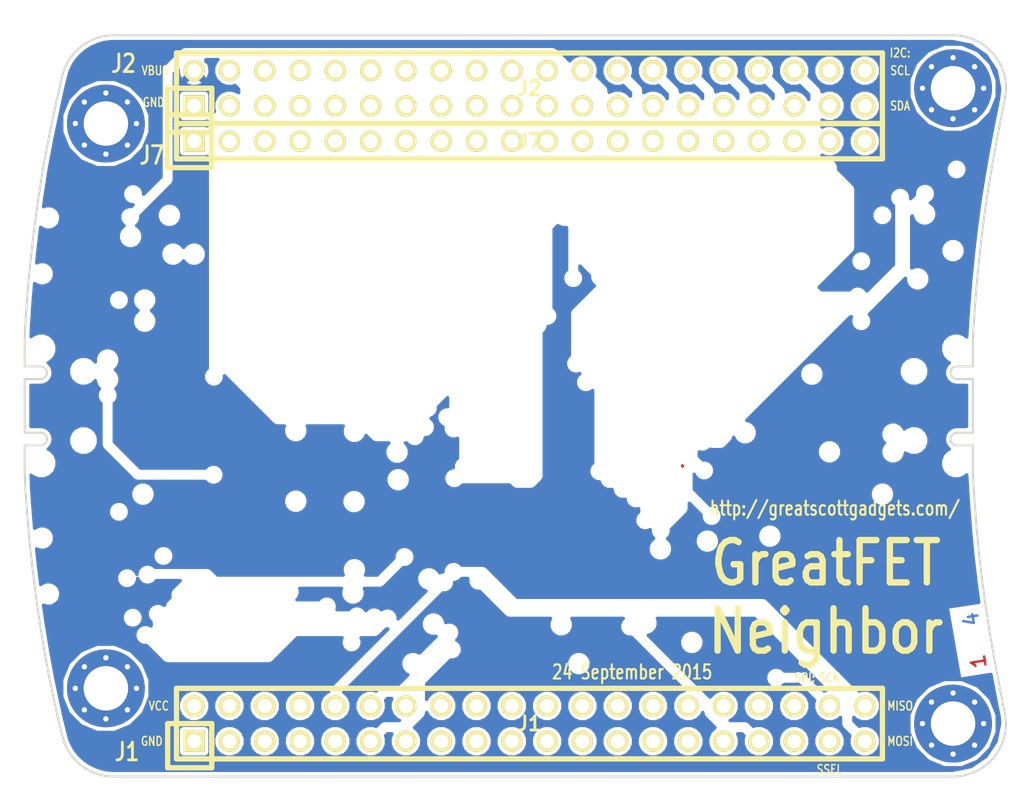
<source format=kicad_pcb>
(kicad_pcb (version 4) (host pcbnew "(2015-08-18 BZR 6102)-product")
  (layers (0 F.Cu signal) (1 C2.Cu power) (2 C3.Cu power) (31 B.Cu signal) (35 F.Paste user) (37 F.SilkS user) (39 F.Mask user) (44 Edge.Cuts user))
  (net 0 "")
  (net 1 GND)
  (net 2 VCC)
  (net 3 /VBUS)
  (module gsg-modules:HEADER-1x20 (layer F.Cu) (at 142.24 78.74)
    (fp_text reference J7 (at 0 0) (layer F.SilkS) (effects (font (size 1.016 1.016) (thickness 0.2032))))
    (fp_text value BONUS_ROW hide)
    (fp_line (start -22.86 1.905) (end -22.86 -1.905) (layer F.SilkS) (width 0.381))
    (fp_line (start -22.86 -1.905) (end -26.035 -1.905) (layer F.SilkS) (width 0.381))
    (fp_line (start -26.035 -1.905) (end -26.035 1.905) (layer F.SilkS) (width 0.381))
    (fp_line (start -25.4 -1.27) (end -25.4 1.27) (layer F.SilkS) (width 0.381))
    (fp_line (start -25.4 1.27) (end 25.4 1.27) (layer F.SilkS) (width 0.381))
    (fp_line (start 25.4 1.27) (end 25.4 -1.27) (layer F.SilkS) (width 0.381))
    (fp_line (start 25.4 -1.27) (end -25.4 -1.27) (layer F.SilkS) (width 0.381))
    (fp_line (start -26.035 1.905) (end -22.86 1.905) (layer F.SilkS) (width 0.381))
    (pad 1 thru_hole rect (at -24.13 0) (size 1.524 1.524) (drill 1.016) (layers *.Cu *.Mask F.SilkS) (net 1 GND))
    (pad 2 thru_hole circle (at -21.59 0) (size 1.524 1.524) (drill 1.016) (layers *.Cu *.Mask F.SilkS))
    (pad 3 thru_hole circle (at -19.05 0) (size 1.524 1.524) (drill 1.016) (layers *.Cu *.Mask F.SilkS))
    (pad 4 thru_hole circle (at -16.51 0) (size 1.524 1.524) (drill 1.016) (layers *.Cu *.Mask F.SilkS))
    (pad 5 thru_hole circle (at -13.97 0) (size 1.524 1.524) (drill 1.016) (layers *.Cu *.Mask F.SilkS))
    (pad 6 thru_hole circle (at -11.43 0) (size 1.524 1.524) (drill 1.016) (layers *.Cu *.Mask F.SilkS))
    (pad 7 thru_hole circle (at -8.89 0) (size 1.524 1.524) (drill 1.016) (layers *.Cu *.Mask F.SilkS))
    (pad 8 thru_hole circle (at -6.35 0) (size 1.524 1.524) (drill 1.016) (layers *.Cu *.Mask F.SilkS))
    (pad 9 thru_hole circle (at -3.81 0) (size 1.524 1.524) (drill 1.016) (layers *.Cu *.Mask F.SilkS))
    (pad 10 thru_hole circle (at -1.27 0) (size 1.524 1.524) (drill 1.016) (layers *.Cu *.Mask F.SilkS) (net 1 GND))
    (pad 11 thru_hole circle (at 1.27 0) (size 1.524 1.524) (drill 1.016) (layers *.Cu *.Mask F.SilkS))
    (pad 12 thru_hole circle (at 3.81 0) (size 1.524 1.524) (drill 1.016) (layers *.Cu *.Mask F.SilkS))
    (pad 13 thru_hole circle (at 6.35 0) (size 1.524 1.524) (drill 1.016) (layers *.Cu *.Mask F.SilkS))
    (pad 14 thru_hole circle (at 8.89 0) (size 1.524 1.524) (drill 1.016) (layers *.Cu *.Mask F.SilkS))
    (pad 15 thru_hole circle (at 11.43 0) (size 1.524 1.524) (drill 1.016) (layers *.Cu *.Mask F.SilkS))
    (pad 16 thru_hole circle (at 13.97 0) (size 1.524 1.524) (drill 1.016) (layers *.Cu *.Mask F.SilkS))
    (pad 17 thru_hole circle (at 16.51 0) (size 1.524 1.524) (drill 1.016) (layers *.Cu *.Mask F.SilkS))
    (pad 18 thru_hole circle (at 19.05 0) (size 1.524 1.524) (drill 1.016) (layers *.Cu *.Mask F.SilkS))
    (pad 19 thru_hole circle (at 21.59 0) (size 1.524 1.524) (drill 1.016) (layers *.Cu *.Mask F.SilkS) (net 1 GND))
    (pad 20 thru_hole circle (at 24.13 0) (size 1.524 1.524) (drill 1.016) (layers *.Cu *.Mask F.SilkS) (net 2 VCC))
  )
  (module gsg-modules:HEADER-2x20 (layer F.Cu) (at 142.24 120.65)
    (fp_text reference J1 (at 0 0) (layer F.SilkS) (effects (font (size 1.016 1.016) (thickness 0.2032))))
    (fp_text value NEIGHBOR1 hide)
    (fp_line (start -25.4 -2.54) (end 25.4 -2.54) (layer F.SilkS) (width 0.381))
    (fp_line (start 25.4 -2.54) (end 25.4 2.54) (layer F.SilkS) (width 0.381))
    (fp_line (start 25.4 2.54) (end -25.4 2.54) (layer F.SilkS) (width 0.381))
    (fp_line (start -22.86 0) (end -26.035 0) (layer F.SilkS) (width 0.381))
    (fp_line (start -26.035 0) (end -26.035 3.175) (layer F.SilkS) (width 0.381))
    (fp_line (start -26.035 3.175) (end -22.86 3.175) (layer F.SilkS) (width 0.381))
    (fp_line (start -22.86 3.175) (end -22.86 0) (layer F.SilkS) (width 0.381))
    (fp_line (start -25.4 2.54) (end -25.4 -2.54) (layer F.SilkS) (width 0.381))
    (pad 1 thru_hole rect (at -24.13 1.27) (size 1.524 1.524) (drill 1.016) (layers *.Cu *.Mask F.SilkS) (net 1 GND))
    (pad 2 thru_hole circle (at -24.13 -1.27) (size 1.524 1.524) (drill 1.016) (layers *.Cu *.Mask F.SilkS) (net 2 VCC))
    (pad 3 thru_hole circle (at -21.59 1.27) (size 1.524 1.524) (drill 1.016) (layers *.Cu *.Mask F.SilkS))
    (pad 4 thru_hole circle (at -21.59 -1.27) (size 1.524 1.524) (drill 1.016) (layers *.Cu *.Mask F.SilkS))
    (pad 5 thru_hole circle (at -19.05 1.27) (size 1.524 1.524) (drill 1.016) (layers *.Cu *.Mask F.SilkS))
    (pad 6 thru_hole circle (at -19.05 -1.27) (size 1.524 1.524) (drill 1.016) (layers *.Cu *.Mask F.SilkS))
    (pad 7 thru_hole circle (at -16.51 1.27) (size 1.524 1.524) (drill 1.016) (layers *.Cu *.Mask F.SilkS))
    (pad 8 thru_hole circle (at -16.51 -1.27) (size 1.524 1.524) (drill 1.016) (layers *.Cu *.Mask F.SilkS))
    (pad 9 thru_hole circle (at -13.97 1.27) (size 1.524 1.524) (drill 1.016) (layers *.Cu *.Mask F.SilkS))
    (pad 10 thru_hole circle (at -13.97 -1.27) (size 1.524 1.524) (drill 1.016) (layers *.Cu *.Mask F.SilkS))
    (pad 11 thru_hole circle (at -11.43 1.27) (size 1.524 1.524) (drill 1.016) (layers *.Cu *.Mask F.SilkS))
    (pad 12 thru_hole circle (at -11.43 -1.27) (size 1.524 1.524) (drill 1.016) (layers *.Cu *.Mask F.SilkS))
    (pad 13 thru_hole circle (at -8.89 1.27) (size 1.524 1.524) (drill 1.016) (layers *.Cu *.Mask F.SilkS))
    (pad 14 thru_hole circle (at -8.89 -1.27) (size 1.524 1.524) (drill 1.016) (layers *.Cu *.Mask F.SilkS))
    (pad 15 thru_hole circle (at -6.35 1.27) (size 1.524 1.524) (drill 1.016) (layers *.Cu *.Mask F.SilkS))
    (pad 16 thru_hole circle (at -6.35 -1.27) (size 1.524 1.524) (drill 1.016) (layers *.Cu *.Mask F.SilkS))
    (pad 17 thru_hole circle (at -3.81 1.27) (size 1.524 1.524) (drill 1.016) (layers *.Cu *.Mask F.SilkS))
    (pad 18 thru_hole circle (at -3.81 -1.27) (size 1.524 1.524) (drill 1.016) (layers *.Cu *.Mask F.SilkS))
    (pad 19 thru_hole circle (at -1.27 1.27) (size 1.524 1.524) (drill 1.016) (layers *.Cu *.Mask F.SilkS))
    (pad 20 thru_hole circle (at -1.27 -1.27) (size 1.524 1.524) (drill 1.016) (layers *.Cu *.Mask F.SilkS))
    (pad 21 thru_hole circle (at 1.27 1.27) (size 1.524 1.524) (drill 1.016) (layers *.Cu *.Mask F.SilkS))
    (pad 22 thru_hole circle (at 1.27 -1.27) (size 1.524 1.524) (drill 1.016) (layers *.Cu *.Mask F.SilkS))
    (pad 23 thru_hole circle (at 3.81 1.27) (size 1.524 1.524) (drill 1.016) (layers *.Cu *.Mask F.SilkS))
    (pad 24 thru_hole circle (at 3.81 -1.27) (size 1.524 1.524) (drill 1.016) (layers *.Cu *.Mask F.SilkS))
    (pad 25 thru_hole circle (at 6.35 1.27) (size 1.524 1.524) (drill 1.016) (layers *.Cu *.Mask F.SilkS))
    (pad 26 thru_hole circle (at 6.35 -1.27) (size 1.524 1.524) (drill 1.016) (layers *.Cu *.Mask F.SilkS))
    (pad 27 thru_hole circle (at 8.89 1.27) (size 1.524 1.524) (drill 1.016) (layers *.Cu *.Mask F.SilkS))
    (pad 28 thru_hole circle (at 8.89 -1.27) (size 1.524 1.524) (drill 1.016) (layers *.Cu *.Mask F.SilkS))
    (pad 29 thru_hole circle (at 11.43 1.27) (size 1.524 1.524) (drill 1.016) (layers *.Cu *.Mask F.SilkS))
    (pad 30 thru_hole circle (at 11.43 -1.27) (size 1.524 1.524) (drill 1.016) (layers *.Cu *.Mask F.SilkS))
    (pad 31 thru_hole circle (at 13.97 1.27) (size 1.524 1.524) (drill 1.016) (layers *.Cu *.Mask F.SilkS))
    (pad 32 thru_hole circle (at 13.97 -1.27) (size 1.524 1.524) (drill 1.016) (layers *.Cu *.Mask F.SilkS))
    (pad 33 thru_hole circle (at 16.51 1.27) (size 1.524 1.524) (drill 1.016) (layers *.Cu *.Mask F.SilkS))
    (pad 34 thru_hole circle (at 16.51 -1.27) (size 1.524 1.524) (drill 1.016) (layers *.Cu *.Mask F.SilkS))
    (pad 35 thru_hole circle (at 19.05 1.27) (size 1.524 1.524) (drill 1.016) (layers *.Cu *.Mask F.SilkS))
    (pad 36 thru_hole circle (at 19.05 -1.27) (size 1.524 1.524) (drill 1.016) (layers *.Cu *.Mask F.SilkS))
    (pad 37 thru_hole circle (at 21.59 1.27) (size 1.524 1.524) (drill 1.016) (layers *.Cu *.Mask F.SilkS))
    (pad 38 thru_hole circle (at 21.59 -1.27) (size 1.524 1.524) (drill 1.016) (layers *.Cu *.Mask F.SilkS))
    (pad 39 thru_hole circle (at 24.13 1.27) (size 1.524 1.524) (drill 1.016) (layers *.Cu *.Mask F.SilkS))
    (pad 40 thru_hole circle (at 24.13 -1.27) (size 1.524 1.524) (drill 1.016) (layers *.Cu *.Mask F.SilkS))
  )
  (module gsg-modules:HEADER-2x20 (layer F.Cu) (at 142.24 74.93)
    (fp_text reference J2 (at 0 0) (layer F.SilkS) (effects (font (size 1.016 1.016) (thickness 0.2032))))
    (fp_text value NEIGHBOR2 hide)
    (fp_line (start -25.4 -2.54) (end 25.4 -2.54) (layer F.SilkS) (width 0.381))
    (fp_line (start 25.4 -2.54) (end 25.4 2.54) (layer F.SilkS) (width 0.381))
    (fp_line (start 25.4 2.54) (end -25.4 2.54) (layer F.SilkS) (width 0.381))
    (fp_line (start -22.86 0) (end -26.035 0) (layer F.SilkS) (width 0.381))
    (fp_line (start -26.035 0) (end -26.035 3.175) (layer F.SilkS) (width 0.381))
    (fp_line (start -26.035 3.175) (end -22.86 3.175) (layer F.SilkS) (width 0.381))
    (fp_line (start -22.86 3.175) (end -22.86 0) (layer F.SilkS) (width 0.381))
    (fp_line (start -25.4 2.54) (end -25.4 -2.54) (layer F.SilkS) (width 0.381))
    (pad 1 thru_hole rect (at -24.13 1.27) (size 1.524 1.524) (drill 1.016) (layers *.Cu *.Mask F.SilkS) (net 1 GND))
    (pad 2 thru_hole circle (at -24.13 -1.27) (size 1.524 1.524) (drill 1.016) (layers *.Cu *.Mask F.SilkS) (net 3 /VBUS))
    (pad 3 thru_hole circle (at -21.59 1.27) (size 1.524 1.524) (drill 1.016) (layers *.Cu *.Mask F.SilkS))
    (pad 4 thru_hole circle (at -21.59 -1.27) (size 1.524 1.524) (drill 1.016) (layers *.Cu *.Mask F.SilkS))
    (pad 5 thru_hole circle (at -19.05 1.27) (size 1.524 1.524) (drill 1.016) (layers *.Cu *.Mask F.SilkS))
    (pad 6 thru_hole circle (at -19.05 -1.27) (size 1.524 1.524) (drill 1.016) (layers *.Cu *.Mask F.SilkS))
    (pad 7 thru_hole circle (at -16.51 1.27) (size 1.524 1.524) (drill 1.016) (layers *.Cu *.Mask F.SilkS))
    (pad 8 thru_hole circle (at -16.51 -1.27) (size 1.524 1.524) (drill 1.016) (layers *.Cu *.Mask F.SilkS))
    (pad 9 thru_hole circle (at -13.97 1.27) (size 1.524 1.524) (drill 1.016) (layers *.Cu *.Mask F.SilkS))
    (pad 10 thru_hole circle (at -13.97 -1.27) (size 1.524 1.524) (drill 1.016) (layers *.Cu *.Mask F.SilkS))
    (pad 11 thru_hole circle (at -11.43 1.27) (size 1.524 1.524) (drill 1.016) (layers *.Cu *.Mask F.SilkS))
    (pad 12 thru_hole circle (at -11.43 -1.27) (size 1.524 1.524) (drill 1.016) (layers *.Cu *.Mask F.SilkS))
    (pad 13 thru_hole circle (at -8.89 1.27) (size 1.524 1.524) (drill 1.016) (layers *.Cu *.Mask F.SilkS))
    (pad 14 thru_hole circle (at -8.89 -1.27) (size 1.524 1.524) (drill 1.016) (layers *.Cu *.Mask F.SilkS))
    (pad 15 thru_hole circle (at -6.35 1.27) (size 1.524 1.524) (drill 1.016) (layers *.Cu *.Mask F.SilkS))
    (pad 16 thru_hole circle (at -6.35 -1.27) (size 1.524 1.524) (drill 1.016) (layers *.Cu *.Mask F.SilkS))
    (pad 17 thru_hole circle (at -3.81 1.27) (size 1.524 1.524) (drill 1.016) (layers *.Cu *.Mask F.SilkS))
    (pad 18 thru_hole circle (at -3.81 -1.27) (size 1.524 1.524) (drill 1.016) (layers *.Cu *.Mask F.SilkS))
    (pad 19 thru_hole circle (at -1.27 1.27) (size 1.524 1.524) (drill 1.016) (layers *.Cu *.Mask F.SilkS))
    (pad 20 thru_hole circle (at -1.27 -1.27) (size 1.524 1.524) (drill 1.016) (layers *.Cu *.Mask F.SilkS))
    (pad 21 thru_hole circle (at 1.27 1.27) (size 1.524 1.524) (drill 1.016) (layers *.Cu *.Mask F.SilkS))
    (pad 22 thru_hole circle (at 1.27 -1.27) (size 1.524 1.524) (drill 1.016) (layers *.Cu *.Mask F.SilkS))
    (pad 23 thru_hole circle (at 3.81 1.27) (size 1.524 1.524) (drill 1.016) (layers *.Cu *.Mask F.SilkS))
    (pad 24 thru_hole circle (at 3.81 -1.27) (size 1.524 1.524) (drill 1.016) (layers *.Cu *.Mask F.SilkS))
    (pad 25 thru_hole circle (at 6.35 1.27) (size 1.524 1.524) (drill 1.016) (layers *.Cu *.Mask F.SilkS))
    (pad 26 thru_hole circle (at 6.35 -1.27) (size 1.524 1.524) (drill 1.016) (layers *.Cu *.Mask F.SilkS))
    (pad 27 thru_hole circle (at 8.89 1.27) (size 1.524 1.524) (drill 1.016) (layers *.Cu *.Mask F.SilkS))
    (pad 28 thru_hole circle (at 8.89 -1.27) (size 1.524 1.524) (drill 1.016) (layers *.Cu *.Mask F.SilkS))
    (pad 29 thru_hole circle (at 11.43 1.27) (size 1.524 1.524) (drill 1.016) (layers *.Cu *.Mask F.SilkS))
    (pad 30 thru_hole circle (at 11.43 -1.27) (size 1.524 1.524) (drill 1.016) (layers *.Cu *.Mask F.SilkS))
    (pad 31 thru_hole circle (at 13.97 1.27) (size 1.524 1.524) (drill 1.016) (layers *.Cu *.Mask F.SilkS))
    (pad 32 thru_hole circle (at 13.97 -1.27) (size 1.524 1.524) (drill 1.016) (layers *.Cu *.Mask F.SilkS))
    (pad 33 thru_hole circle (at 16.51 1.27) (size 1.524 1.524) (drill 1.016) (layers *.Cu *.Mask F.SilkS))
    (pad 34 thru_hole circle (at 16.51 -1.27) (size 1.524 1.524) (drill 1.016) (layers *.Cu *.Mask F.SilkS))
    (pad 35 thru_hole circle (at 19.05 1.27) (size 1.524 1.524) (drill 1.016) (layers *.Cu *.Mask F.SilkS))
    (pad 36 thru_hole circle (at 19.05 -1.27) (size 1.524 1.524) (drill 1.016) (layers *.Cu *.Mask F.SilkS))
    (pad 37 thru_hole circle (at 21.59 1.27) (size 1.524 1.524) (drill 1.016) (layers *.Cu *.Mask F.SilkS))
    (pad 38 thru_hole circle (at 21.59 -1.27) (size 1.524 1.524) (drill 1.016) (layers *.Cu *.Mask F.SilkS))
    (pad 39 thru_hole circle (at 24.13 1.27) (size 1.524 1.524) (drill 1.016) (layers *.Cu *.Mask F.SilkS))
    (pad 40 thru_hole circle (at 24.13 -1.27) (size 1.524 1.524) (drill 1.016) (layers *.Cu *.Mask F.SilkS))
  )
  (module gsg-modules:HOLE126MIL-COPPER (layer F.Cu) (at 111.76 77.47)
    (fp_text reference MH1 hide)
    (fp_text value MOUNTING_HOLE hide)
    (pad 1 thru_hole circle (at 0 0) (size 5.6 5.6) (drill 3.2004) (layers *.Cu *.Mask) (net 1 GND))
    (pad 1 thru_hole circle (at 0 -2.2) (size 0.6 0.6) (drill 0.381) (layers *.Cu *.Mask) (net 1 GND))
    (pad 1 thru_hole circle (at -2.2 0) (size 0.6 0.6) (drill 0.381) (layers *.Cu *.Mask) (net 1 GND))
    (pad 1 thru_hole circle (at 0 2.2) (size 0.6 0.6) (drill 0.381) (layers *.Cu *.Mask) (net 1 GND))
    (pad 1 thru_hole circle (at 2.2 0) (size 0.6 0.6) (drill 0.381) (layers *.Cu *.Mask) (net 1 GND))
    (pad 1 thru_hole circle (at 1.55 -1.55) (size 0.6 0.6) (drill 0.381) (layers *.Cu *.Mask) (net 1 GND))
    (pad 1 thru_hole circle (at -1.55 -1.55) (size 0.6 0.6) (drill 0.381) (layers *.Cu *.Mask) (net 1 GND))
    (pad 1 thru_hole circle (at -1.55 1.55) (size 0.6 0.6) (drill 0.381) (layers *.Cu *.Mask) (net 1 GND))
    (pad 1 thru_hole circle (at 1.55 1.55) (size 0.6 0.6) (drill 0.381) (layers *.Cu *.Mask) (net 1 GND))
  )
  (module gsg-modules:HOLE126MIL-COPPER (layer F.Cu) (at 111.76 118.11)
    (fp_text reference MH2 hide)
    (fp_text value MOUNTING_HOLE hide)
    (pad 1 thru_hole circle (at 0 0) (size 5.6 5.6) (drill 3.2004) (layers *.Cu *.Mask) (net 1 GND))
    (pad 1 thru_hole circle (at 0 -2.2) (size 0.6 0.6) (drill 0.381) (layers *.Cu *.Mask) (net 1 GND))
    (pad 1 thru_hole circle (at -2.2 0) (size 0.6 0.6) (drill 0.381) (layers *.Cu *.Mask) (net 1 GND))
    (pad 1 thru_hole circle (at 0 2.2) (size 0.6 0.6) (drill 0.381) (layers *.Cu *.Mask) (net 1 GND))
    (pad 1 thru_hole circle (at 2.2 0) (size 0.6 0.6) (drill 0.381) (layers *.Cu *.Mask) (net 1 GND))
    (pad 1 thru_hole circle (at 1.55 -1.55) (size 0.6 0.6) (drill 0.381) (layers *.Cu *.Mask) (net 1 GND))
    (pad 1 thru_hole circle (at -1.55 -1.55) (size 0.6 0.6) (drill 0.381) (layers *.Cu *.Mask) (net 1 GND))
    (pad 1 thru_hole circle (at -1.55 1.55) (size 0.6 0.6) (drill 0.381) (layers *.Cu *.Mask) (net 1 GND))
    (pad 1 thru_hole circle (at 1.55 1.55) (size 0.6 0.6) (drill 0.381) (layers *.Cu *.Mask) (net 1 GND))
  )
  (module gsg-modules:HOLE126MIL-COPPER (layer F.Cu) (at 172.72 120.65)
    (fp_text reference MH3 hide)
    (fp_text value MOUNTING_HOLE hide)
    (pad 1 thru_hole circle (at 0 0) (size 5.6 5.6) (drill 3.2004) (layers *.Cu *.Mask) (net 1 GND))
    (pad 1 thru_hole circle (at 0 -2.2) (size 0.6 0.6) (drill 0.381) (layers *.Cu *.Mask) (net 1 GND))
    (pad 1 thru_hole circle (at -2.2 0) (size 0.6 0.6) (drill 0.381) (layers *.Cu *.Mask) (net 1 GND))
    (pad 1 thru_hole circle (at 0 2.2) (size 0.6 0.6) (drill 0.381) (layers *.Cu *.Mask) (net 1 GND))
    (pad 1 thru_hole circle (at 2.2 0) (size 0.6 0.6) (drill 0.381) (layers *.Cu *.Mask) (net 1 GND))
    (pad 1 thru_hole circle (at 1.55 -1.55) (size 0.6 0.6) (drill 0.381) (layers *.Cu *.Mask) (net 1 GND))
    (pad 1 thru_hole circle (at -1.55 -1.55) (size 0.6 0.6) (drill 0.381) (layers *.Cu *.Mask) (net 1 GND))
    (pad 1 thru_hole circle (at -1.55 1.55) (size 0.6 0.6) (drill 0.381) (layers *.Cu *.Mask) (net 1 GND))
    (pad 1 thru_hole circle (at 1.55 1.55) (size 0.6 0.6) (drill 0.381) (layers *.Cu *.Mask) (net 1 GND))
  )
  (module gsg-modules:HOLE126MIL-COPPER (layer F.Cu) (at 172.72 74.93)
    (fp_text reference MH4 hide)
    (fp_text value MOUNTING_HOLE hide)
    (pad 1 thru_hole circle (at 0 0) (size 5.6 5.6) (drill 3.2004) (layers *.Cu *.Mask) (net 1 GND))
    (pad 1 thru_hole circle (at 0 -2.2) (size 0.6 0.6) (drill 0.381) (layers *.Cu *.Mask) (net 1 GND))
    (pad 1 thru_hole circle (at -2.2 0) (size 0.6 0.6) (drill 0.381) (layers *.Cu *.Mask) (net 1 GND))
    (pad 1 thru_hole circle (at 0 2.2) (size 0.6 0.6) (drill 0.381) (layers *.Cu *.Mask) (net 1 GND))
    (pad 1 thru_hole circle (at 2.2 0) (size 0.6 0.6) (drill 0.381) (layers *.Cu *.Mask) (net 1 GND))
    (pad 1 thru_hole circle (at 1.55 -1.55) (size 0.6 0.6) (drill 0.381) (layers *.Cu *.Mask) (net 1 GND))
    (pad 1 thru_hole circle (at -1.55 -1.55) (size 0.6 0.6) (drill 0.381) (layers *.Cu *.Mask) (net 1 GND))
    (pad 1 thru_hole circle (at -1.55 1.55) (size 0.6 0.6) (drill 0.381) (layers *.Cu *.Mask) (net 1 GND))
    (pad 1 thru_hole circle (at 1.55 1.55) (size 0.6 0.6) (drill 0.381) (layers *.Cu *.Mask) (net 1 GND))
  )
  (gr_text "24 September 2015" (at 149.6314 116.9416) (layer F.SilkS) (effects (font (size 1.016 0.762) (thickness 0.1524))))
  (gr_text 4 (at 174.0408 113.1316 98.9) (layer B.Cu) (effects (font (size 1.016 1.016) (thickness 0.1778))))
  (gr_text 1 (at 174.5488 116.1796 98.9) (layer F.Cu) (effects (font (size 1.016 1.016) (thickness 0.1778))))
  (gr_text http://greatscottgadgets.com/ (at 164.211 105.156) (layer F.SilkS) (effects (font (size 1.016 0.762) (thickness 0.1524))))
  (gr_text GND (at 115.189 75.946) (layer F.SilkS) (effects (font (size 0.635 0.508) (thickness 0.1016))))
  (gr_text VBUS (at 115.316 73.66) (layer F.SilkS) (effects (font (size 0.635 0.508) (thickness 0.1016))))
  (gr_text VCC (at 115.57 119.38) (layer F.SilkS) (effects (font (size 0.635 0.508) (thickness 0.1016))))
  (gr_text GND (at 115.062 121.92) (layer F.SilkS) (effects (font (size 0.635 0.508) (thickness 0.1016))))
  (gr_text SPI: (at 162.052 117.348) (layer F.SilkS) (effects (font (size 0.635 0.508) (thickness 0.1016))))
  (gr_text I2C: (at 168.91 72.39) (layer F.SilkS) (effects (font (size 0.635 0.508) (thickness 0.1016))))
  (gr_text SCL (at 168.91 73.66) (layer F.SilkS) (effects (font (size 0.635 0.508) (thickness 0.1016))))
  (gr_text SDA (at 168.91 76.2) (layer F.SilkS) (effects (font (size 0.635 0.508) (thickness 0.1016))))
  (gr_text SCK (at 163.83 117.348) (layer F.SilkS) (effects (font (size 0.635 0.508) (thickness 0.1016))))
  (gr_text SSEL (at 163.83 123.952) (layer F.SilkS) (effects (font (size 0.635 0.508) (thickness 0.1016))))
  (gr_text MISO (at 168.91 119.38) (layer F.SilkS) (effects (font (size 0.635 0.508) (thickness 0.1016))))
  (gr_text MOSI (at 168.91 121.92) (layer F.SilkS) (effects (font (size 0.635 0.508) (thickness 0.1016))))
  (gr_text J7 (at 115.062 79.756) (layer F.SilkS) (effects (font (size 1.27 1.016) (thickness 0.2032))))
  (gr_text J2 (at 113.03 73.152) (layer F.SilkS) (effects (font (size 1.27 1.016) (thickness 0.2032))))
  (gr_text J1 (at 113.284 122.682) (layer F.SilkS) (effects (font (size 1.27 1.016) (thickness 0.2032))))
  (gr_line (start 176.4538 75.6666) (end 176.53 74.93) (angle 90) (layer Edge.Cuts) (width 0.15))
  (gr_line (start 105.9688 103.8352) (end 105.918 102.5398) (angle 90) (layer Edge.Cuts) (width 0.15))
  (gr_line (start 106.0958 105.5624) (end 105.9688 103.8352) (angle 90) (layer Edge.Cuts) (width 0.15))
  (gr_line (start 106.2482 107.3912) (end 106.0958 105.5624) (angle 90) (layer Edge.Cuts) (width 0.15))
  (gr_line (start 106.4514 109.2708) (end 106.2482 107.3912) (angle 90) (layer Edge.Cuts) (width 0.15))
  (gr_line (start 106.7054 111.3536) (end 106.4514 109.2708) (angle 90) (layer Edge.Cuts) (width 0.15))
  (gr_line (start 106.9848 113.284) (end 106.7054 111.3536) (angle 90) (layer Edge.Cuts) (width 0.15))
  (gr_line (start 107.3404 115.4684) (end 106.9848 113.284) (angle 90) (layer Edge.Cuts) (width 0.15))
  (gr_line (start 107.7214 117.5258) (end 107.3404 115.4684) (angle 90) (layer Edge.Cuts) (width 0.15))
  (gr_line (start 108.2802 120.142) (end 107.7214 117.5258) (angle 90) (layer Edge.Cuts) (width 0.15))
  (gr_line (start 108.5342 121.1834) (end 108.2802 120.142) (angle 90) (layer Edge.Cuts) (width 0.15))
  (gr_line (start 108.6358 121.5644) (end 108.5342 121.1834) (angle 90) (layer Edge.Cuts) (width 0.15))
  (gr_line (start 108.7374 121.9454) (end 108.6358 121.5644) (angle 90) (layer Edge.Cuts) (width 0.15))
  (gr_line (start 108.8898 122.301) (end 108.7374 121.9454) (angle 90) (layer Edge.Cuts) (width 0.15))
  (gr_line (start 109.0676 122.6312) (end 108.8898 122.301) (angle 90) (layer Edge.Cuts) (width 0.15))
  (gr_line (start 109.22 122.8598) (end 109.0676 122.6312) (angle 90) (layer Edge.Cuts) (width 0.15))
  (gr_line (start 109.4486 123.1646) (end 109.22 122.8598) (angle 90) (layer Edge.Cuts) (width 0.15))
  (gr_line (start 109.6772 123.3932) (end 109.4486 123.1646) (angle 90) (layer Edge.Cuts) (width 0.15))
  (gr_line (start 109.9312 123.6218) (end 109.6772 123.3932) (angle 90) (layer Edge.Cuts) (width 0.15))
  (gr_line (start 110.2868 123.8758) (end 109.9312 123.6218) (angle 90) (layer Edge.Cuts) (width 0.15))
  (gr_line (start 110.5662 124.0282) (end 110.2868 123.8758) (angle 90) (layer Edge.Cuts) (width 0.15))
  (gr_line (start 110.9472 124.206) (end 110.5662 124.0282) (angle 90) (layer Edge.Cuts) (width 0.15))
  (gr_line (start 111.4298 124.3584) (end 110.9472 124.206) (angle 90) (layer Edge.Cuts) (width 0.15))
  (gr_line (start 111.8362 124.4346) (end 111.4298 124.3584) (angle 90) (layer Edge.Cuts) (width 0.15))
  (gr_line (start 112.3188 124.46) (end 111.8362 124.4346) (angle 90) (layer Edge.Cuts) (width 0.15))
  (gr_line (start 105.9434 92.2528) (end 105.918 93.0402) (angle 90) (layer Edge.Cuts) (width 0.15))
  (gr_line (start 106.0704 90.3224) (end 105.9434 92.2528) (angle 90) (layer Edge.Cuts) (width 0.15))
  (gr_line (start 106.1974 88.7984) (end 106.0704 90.3224) (angle 90) (layer Edge.Cuts) (width 0.15))
  (gr_line (start 106.4006 86.741) (end 106.1974 88.7984) (angle 90) (layer Edge.Cuts) (width 0.15))
  (gr_line (start 106.6292 84.8106) (end 106.4006 86.741) (angle 90) (layer Edge.Cuts) (width 0.15))
  (gr_line (start 106.9086 82.804) (end 106.6292 84.8106) (angle 90) (layer Edge.Cuts) (width 0.15))
  (gr_line (start 107.2388 80.6704) (end 106.9086 82.804) (angle 90) (layer Edge.Cuts) (width 0.15))
  (gr_line (start 107.6706 78.3844) (end 107.2388 80.6704) (angle 90) (layer Edge.Cuts) (width 0.15))
  (gr_line (start 108.204 75.8698) (end 107.6706 78.3844) (angle 90) (layer Edge.Cuts) (width 0.15))
  (gr_line (start 108.5088 74.4982) (end 108.204 75.8698) (angle 90) (layer Edge.Cuts) (width 0.15))
  (gr_line (start 108.585 74.2188) (end 108.5088 74.4982) (angle 90) (layer Edge.Cuts) (width 0.15))
  (gr_line (start 108.6612 73.914) (end 108.585 74.2188) (angle 90) (layer Edge.Cuts) (width 0.15))
  (gr_line (start 108.7374 73.6346) (end 108.6612 73.914) (angle 90) (layer Edge.Cuts) (width 0.15))
  (gr_line (start 108.839 73.3806) (end 108.7374 73.6346) (angle 90) (layer Edge.Cuts) (width 0.15))
  (gr_line (start 109.0168 73.025) (end 108.839 73.3806) (angle 90) (layer Edge.Cuts) (width 0.15))
  (gr_line (start 109.1946 72.7456) (end 109.0168 73.025) (angle 90) (layer Edge.Cuts) (width 0.15))
  (gr_line (start 109.3724 72.517) (end 109.1946 72.7456) (angle 90) (layer Edge.Cuts) (width 0.15))
  (gr_line (start 109.5756 72.2884) (end 109.3724 72.517) (angle 90) (layer Edge.Cuts) (width 0.15))
  (gr_line (start 109.8804 72.009) (end 109.5756 72.2884) (angle 90) (layer Edge.Cuts) (width 0.15))
  (gr_line (start 110.2106 71.755) (end 109.8804 72.009) (angle 90) (layer Edge.Cuts) (width 0.15))
  (gr_line (start 110.5662 71.5518) (end 110.2106 71.755) (angle 90) (layer Edge.Cuts) (width 0.15))
  (gr_line (start 111.0234 71.3486) (end 110.5662 71.5518) (angle 90) (layer Edge.Cuts) (width 0.15))
  (gr_line (start 111.4298 71.2216) (end 111.0234 71.3486) (angle 90) (layer Edge.Cuts) (width 0.15))
  (gr_line (start 111.887 71.1454) (end 111.4298 71.2216) (angle 90) (layer Edge.Cuts) (width 0.15))
  (gr_line (start 112.3188 71.12) (end 111.887 71.1454) (angle 90) (layer Edge.Cuts) (width 0.15))
  (gr_line (start 176.4792 120.0404) (end 176.53 120.65) (angle 90) (layer Edge.Cuts) (width 0.15))
  (gr_line (start 176.3268 119.3292) (end 176.4792 120.0404) (angle 90) (layer Edge.Cuts) (width 0.15))
  (gr_line (start 176.0728 118.0084) (end 176.3268 119.3292) (angle 90) (layer Edge.Cuts) (width 0.15))
  (gr_line (start 175.7426 116.2558) (end 176.0728 118.0084) (angle 90) (layer Edge.Cuts) (width 0.15))
  (gr_line (start 175.4124 114.427) (end 175.7426 116.2558) (angle 90) (layer Edge.Cuts) (width 0.15))
  (gr_line (start 175.0822 112.3442) (end 175.4124 114.427) (angle 90) (layer Edge.Cuts) (width 0.15))
  (gr_line (start 174.8282 110.4646) (end 175.0822 112.3442) (angle 90) (layer Edge.Cuts) (width 0.15))
  (gr_line (start 174.5996 108.5342) (end 174.8282 110.4646) (angle 90) (layer Edge.Cuts) (width 0.15))
  (gr_line (start 174.4218 106.6546) (end 174.5996 108.5342) (angle 90) (layer Edge.Cuts) (width 0.15))
  (gr_line (start 174.2694 104.648) (end 174.4218 106.6546) (angle 90) (layer Edge.Cuts) (width 0.15))
  (gr_line (start 174.1424 102.5398) (end 174.2694 104.648) (angle 90) (layer Edge.Cuts) (width 0.15))
  (gr_line (start 176.3268 76.3524) (end 176.4538 75.6666) (angle 90) (layer Edge.Cuts) (width 0.15))
  (gr_line (start 175.9966 77.978) (end 176.3268 76.3524) (angle 90) (layer Edge.Cuts) (width 0.15))
  (gr_line (start 175.6918 79.6036) (end 175.9966 77.978) (angle 90) (layer Edge.Cuts) (width 0.15))
  (gr_line (start 175.387 81.3562) (end 175.6918 79.6036) (angle 90) (layer Edge.Cuts) (width 0.15))
  (gr_line (start 175.1076 83.1088) (end 175.387 81.3562) (angle 90) (layer Edge.Cuts) (width 0.15))
  (gr_line (start 174.8536 84.9884) (end 175.1076 83.1088) (angle 90) (layer Edge.Cuts) (width 0.15))
  (gr_line (start 174.6504 86.7664) (end 174.8536 84.9884) (angle 90) (layer Edge.Cuts) (width 0.15))
  (gr_line (start 174.4472 88.773) (end 174.6504 86.7664) (angle 90) (layer Edge.Cuts) (width 0.15))
  (gr_line (start 174.2694 91.0082) (end 174.4472 88.773) (angle 90) (layer Edge.Cuts) (width 0.15))
  (gr_line (start 174.1424 93.0402) (end 174.2694 91.0082) (angle 90) (layer Edge.Cuts) (width 0.15))
  (gr_line (start 105.918 100.6348) (end 105.918 102.5398) (angle 90) (layer Edge.Cuts) (width 0.15))
  (gr_line (start 107.061 100.6348) (end 105.918 100.6348) (angle 90) (layer Edge.Cuts) (width 0.15))
  (gr_line (start 105.918 99.7204) (end 107.061 99.7204) (angle 90) (layer Edge.Cuts) (width 0.15))
  (gr_line (start 105.918 95.8596) (end 105.918 99.7204) (angle 90) (layer Edge.Cuts) (width 0.15))
  (gr_line (start 107.061 95.8596) (end 105.918 95.8596) (angle 90) (layer Edge.Cuts) (width 0.15))
  (gr_line (start 105.918 94.9452) (end 105.918 93.0402) (angle 90) (layer Edge.Cuts) (width 0.15))
  (gr_line (start 107.061 94.9452) (end 105.918 94.9452) (angle 90) (layer Edge.Cuts) (width 0.15))
  (gr_arc (start 107.061 100.1776) (end 107.061 99.7204) (angle 180) (layer Edge.Cuts) (width 0.15))
  (gr_arc (start 107.061 95.4024) (end 107.061 94.9452) (angle 180) (layer Edge.Cuts) (width 0.15))
  (gr_line (start 174.1424 100.6348) (end 174.1424 102.5398) (angle 90) (layer Edge.Cuts) (width 0.15))
  (gr_line (start 172.9994 100.6348) (end 174.1424 100.6348) (angle 90) (layer Edge.Cuts) (width 0.15))
  (gr_line (start 174.1424 99.7204) (end 172.9994 99.7204) (angle 90) (layer Edge.Cuts) (width 0.15))
  (gr_line (start 174.1424 95.8596) (end 174.1424 99.7204) (angle 90) (layer Edge.Cuts) (width 0.15))
  (gr_line (start 172.9994 95.8596) (end 174.1424 95.8596) (angle 90) (layer Edge.Cuts) (width 0.15))
  (gr_line (start 174.1424 94.9452) (end 174.1424 93.0402) (angle 90) (layer Edge.Cuts) (width 0.15))
  (gr_line (start 172.9994 94.9452) (end 174.1424 94.9452) (angle 90) (layer Edge.Cuts) (width 0.15))
  (gr_arc (start 172.9994 100.1776) (end 172.9994 100.6348) (angle 180) (layer Edge.Cuts) (width 0.15))
  (gr_arc (start 172.9994 95.4024) (end 172.9994 95.8596) (angle 180) (layer Edge.Cuts) (width 0.15))
  (gr_arc (start 172.72 120.65) (end 176.53 120.65) (angle 90) (layer Edge.Cuts) (width 0.15))
  (gr_text "GreatFET\nNeighbor" (at 163.576 111.5568) (layer F.SilkS) (effects (font (size 3.048 2.54) (thickness 0.4572))))
  (gr_arc (start 172.72 74.93) (end 172.72 71.12) (angle 90) (layer Edge.Cuts) (width 0.15))
  (gr_line (start 172.72 124.46) (end 112.3188 124.46) (angle 90) (layer Edge.Cuts) (width 0.15))
  (gr_line (start 112.3188 71.12) (end 172.72 71.12) (angle 90) (layer Edge.Cuts) (width 0.15))
  (segment (start 153.24074 102.08768) (end 153.2636 102.11054) (width 0.2032) (layer F.Cu) (net 0))
  (segment (start 153.2636 102.11054) (end 153.2636 102.1334) (width 0.2032) (layer F.Cu) (net 0))
  (segment (start 153.2636 102.1334) (end 153.24074 102.08768) (width 0.2032) (layer F.Cu) (net 0))
  (segment (start 161.29 78.8416) (end 161.29 78.74) (width 0.2032) (layer F.Cu) (net 0))
  (zone (net 3) (net_name /VBUS) (layer B.Cu) (connect_pads (clearance 0.254)) (min_thickness 0.254) (fill yes (arc_segments 16) (thermal_gap 0.254) (thermal_bridge_width 0.508))
    (polygon (pts (xy 104.14 68.58) (xy 177.8 68.58) (xy 177.6984 111.5822) (xy 172.4406 112.3696) (xy 173.3042 117.3226) (xy 177.8 116.6114) (xy 177.8 127) (xy 104.14 127)))
  )
)
</source>
